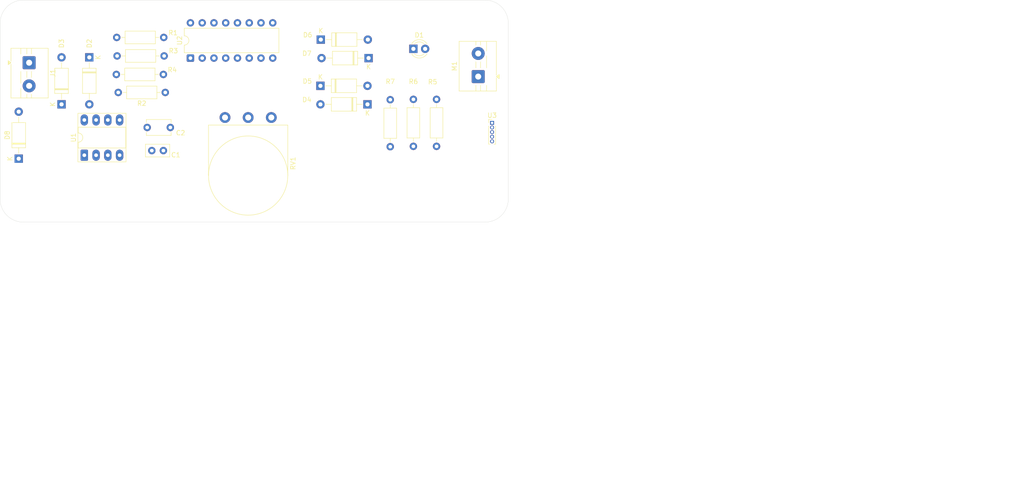
<source format=kicad_pcb>
(kicad_pcb (version 20241229) (generator "pcbnew") (generator_version "9.0")
  (layers (0 "F.Cu" signal) (2 "B.Cu" signal) (13 "F.Paste" user) (15 "B.Paste" user) (5 "F.SilkS" user "F.Silkscreen") (7 "B.SilkS" user "B.Silkscreen") (1 "F.Mask" user) (3 "B.Mask" user) (25 "Edge.Cuts" user))
  (net 0 "")
  (net 1 "Net-(U1-CV)")
  (net 2 "GND")
  (net 3 "Net-(U1-THR)")
  (net 4 "Net-(D1-A)")
  (net 5 "Net-(D2-A)")
  (net 6 "Net-(D2-K)")
  (net 7 "Net-(D3-K)")
  (net 8 "Net-(D4-K)")
  (net 9 "+5V")
  (net 10 "Net-(D6-K)")
  (net 11 "Net-(U1-Q)")
  (net 12 "Net-(U2-EN1,2)")
  (net 13 "Net-(U2-2A)")
  (net 14 "Net-(U2-1A)")
  (net 15 "Net-(U1-R)")
  (net 21 "+9V")
  (net 22 "VCC")
  (footprint "Capacitor_THT:C_Disc_D5.1mm_W3.2mm_P5.00mm" (layer "F.Cu") (at 59.5 76)
    (property "Reference" "C2" (at 7.21118 1.183229 0) (layer "F.SilkS"))
    (property "Value" "470p")
    (fp_line (start -0.17 -1.72) (end -0.17 -1.026) (stroke (width 0.12)) (layer "F.SilkS"))
    (fp_line (start -0.17 -1.72) (end 5.17 -1.72) (stroke (width 0.12)) (layer "F.SilkS"))
    (fp_line (start -0.17 1.026) (end -0.17 1.72) (stroke (width 0.12)) (layer "F.SilkS"))
    (fp_line (start -0.17 1.72) (end 5.17 1.72) (stroke (width 0.12)) (layer "F.SilkS"))
    (fp_line (start 5.17 -1.72) (end 5.17 -1.026) (stroke (width 0.12)) (layer "F.SilkS"))
    (fp_line (start 5.17 1.026) (end 5.17 1.72) (stroke (width 0.12)) (layer "F.SilkS"))
    (pad "1" thru_hole circle (at 0 0) (size 1.6 1.6) (drill 0.8) (layers "*.Cu" "*.Mask") (net 3 "Net-(U1-THR)"))
    (pad "2" thru_hole circle (at 5 0) (size 1.6 1.6) (drill 0.8) (layers "*.Cu" "*.Mask") (net 2 "GND"))
  )
  (footprint "Diode_THT:D_A-405_P10.16mm_Horizontal" (layer "F.Cu") (at 97 57)
    (property "Reference" "D6" (at -2.84 -1 0) (layer "F.SilkS"))
    (property "Value" "4007")
    (fp_line (start 1.14 0) (end 2.36 0) (stroke (width 0.12)) (layer "F.SilkS"))
    (fp_line (start 2.36 -1.47) (end 2.36 1.47) (stroke (width 0.12)) (layer "F.SilkS"))
    (fp_line (start 2.36 1.47) (end 7.8 1.47) (stroke (width 0.12)) (layer "F.SilkS"))
    (fp_line (start 3.14 -1.47) (end 3.14 1.47) (stroke (width 0.12)) (layer "F.SilkS"))
    (fp_line (start 3.26 -1.47) (end 3.26 1.47) (stroke (width 0.12)) (layer "F.SilkS"))
    (fp_line (start 3.38 -1.47) (end 3.38 1.47) (stroke (width 0.12)) (layer "F.SilkS"))
    (fp_line (start 7.8 -1.47) (end 2.36 -1.47) (stroke (width 0.12)) (layer "F.SilkS"))
    (fp_line (start 7.8 1.47) (end 7.8 -1.47) (stroke (width 0.12)) (layer "F.SilkS"))
    (fp_line (start 9.02 0) (end 7.8 0) (stroke (width 0.12)) (layer "F.SilkS"))
    (fp_text user "K" (at 0 -1.9 0) (layer "F.SilkS"))
    (pad "1" thru_hole rect (at 0 0) (size 1.8 1.8) (drill 0.9) (layers "*.Cu" "*.Mask") (net 10 "Net-(D6-K)"))
    (pad "2" thru_hole oval (at 10.16 0) (size 1.8 1.8) (drill 0.9) (layers "*.Cu" "*.Mask") (net 2 "GND"))
  )
  (footprint "Package_DIP:DIP-8_W7.62mm_Socket_LongPads" (layer "F.Cu") (at 45.92 82 90)
    (property "Reference" "U1" (at 3.81 -2.33 90) (layer "F.SilkS"))
    (property "Value" "555")
    (fp_line (start 6.06 -1.33) (end 4.81 -1.33) (stroke (width 0.12)) (layer "F.SilkS"))
    (fp_line (start 2.81 -1.33) (end 1.56 -1.33) (stroke (width 0.12)) (layer "F.SilkS"))
    (fp_line (start 1.56 -1.33) (end 1.56 8.95) (stroke (width 0.12)) (layer "F.SilkS"))
    (fp_line (start 6.06 8.95) (end 6.06 -1.33) (stroke (width 0.12)) (layer "F.SilkS"))
    (fp_line (start 1.56 8.95) (end 6.06 8.95) (stroke (width 0.12)) (layer "F.SilkS"))
    (fp_rect (start -1.44 -1.39) (end 9.06 9.01) (stroke (width 0.12)) (fill no) (layer "F.SilkS"))
    (fp_arc (start 4.81 -1.33) (mid 3.81 -0.33) (end 2.81 -1.33) (stroke (width 0.12)) (layer "F.SilkS"))
    (pad "1" thru_hole roundrect (at 0 0 90) (size 2.4 1.6) (drill 0.8) (layers "*.Cu" "*.Mask") (roundrect_rratio 0.15625) (net 2 "GND"))
    (pad "2" thru_hole oval (at 0 2.54 90) (size 2.4 1.6) (drill 0.8) (layers "*.Cu" "*.Mask") (net 3 "Net-(U1-THR)"))
    (pad "3" thru_hole oval (at 0 5.08 90) (size 2.4 1.6) (drill 0.8) (layers "*.Cu" "*.Mask") (net 11 "Net-(U1-Q)"))
    (pad "4" thru_hole oval (at 0 7.62 90) (size 2.4 1.6) (drill 0.8) (layers "*.Cu" "*.Mask") (net 15 "Net-(U1-R)"))
    (pad "5" thru_hole oval (at 7.62 7.62 90) (size 2.4 1.6) (drill 0.8) (layers "*.Cu" "*.Mask") (net 1 "Net-(U1-CV)"))
    (pad "6" thru_hole oval (at 7.62 5.08 90) (size 2.4 1.6) (drill 0.8) (layers "*.Cu" "*.Mask") (net 3 "Net-(U1-THR)"))
    (pad "7" thru_hole oval (at 7.62 2.54 90) (size 2.4 1.6) (drill 0.8) (layers "*.Cu" "*.Mask") (net 6 "Net-(D2-K)"))
    (pad "8" thru_hole oval (at 7.62 0 90) (size 2.4 1.6) (drill 0.8) (layers "*.Cu" "*.Mask") (net 9 "+5V"))
  )
  (footprint "Diode_THT:D_A-405_P10.16mm_Horizontal" (layer "F.Cu") (at 107.32 61 180)
    (property "Reference" "D7" (at 13.32 1 180) (layer "F.SilkS"))
    (property "Value" "4007")
    (fp_line (start 9.02 0) (end 7.8 0) (stroke (width 0.12)) (layer "F.SilkS"))
    (fp_line (start 7.8 1.47) (end 7.8 -1.47) (stroke (width 0.12)) (layer "F.SilkS"))
    (fp_line (start 7.8 -1.47) (end 2.36 -1.47) (stroke (width 0.12)) (layer "F.SilkS"))
    (fp_line (start 3.38 -1.47) (end 3.38 1.47) (stroke (width 0.12)) (layer "F.SilkS"))
    (fp_line (start 3.26 -1.47) (end 3.26 1.47) (stroke (width 0.12)) (layer "F.SilkS"))
    (fp_line (start 3.14 -1.47) (end 3.14 1.47) (stroke (width 0.12)) (layer "F.SilkS"))
    (fp_line (start 2.36 1.47) (end 7.8 1.47) (stroke (width 0.12)) (layer "F.SilkS"))
    (fp_line (start 2.36 -1.47) (end 2.36 1.47) (stroke (width 0.12)) (layer "F.SilkS"))
    (fp_line (start 1.14 0) (end 2.36 0) (stroke (width 0.12)) (layer "F.SilkS"))
    (fp_text user "K" (at 0 -1.9 0) (layer "F.SilkS"))
    (pad "1" thru_hole rect (at 0 0 180) (size 1.8 1.8) (drill 0.9) (layers "*.Cu" "*.Mask") (net 9 "+5V"))
    (pad "2" thru_hole oval (at 10.16 0 180) (size 1.8 1.8) (drill 0.9) (layers "*.Cu" "*.Mask") (net 10 "Net-(D6-K)"))
  )
  (footprint "Resistor_THT:R_Axial_DIN0207_L6.3mm_D2.5mm_P10.16mm_Horizontal" (layer "F.Cu") (at 122 80.08 90)
    (property "Reference" "R5" (at 13.92 -0.84 0) (layer "F.SilkS"))
    (property "Value" "470k")
    (fp_line (start 8.35 -1.37) (end 1.81 -1.37) (stroke (width 0.12)) (layer "F.SilkS"))
    (fp_line (start 1.81 -1.37) (end 1.81 1.37) (stroke (width 0.12)) (layer "F.SilkS"))
    (fp_line (start 9.12 0) (end 8.35 0) (stroke (width 0.12)) (layer "F.SilkS"))
    (fp_line (start 1.04 0) (end 1.81 0) (stroke (width 0.12)) (layer "F.SilkS"))
    (fp_line (start 8.35 1.37) (end 8.35 -1.37) (stroke (width 0.12)) (layer "F.SilkS"))
    (fp_line (start 1.81 1.37) (end 8.35 1.37) (stroke (width 0.12)) (layer "F.SilkS"))
    (pad "1" thru_hole circle (at 0 0 90) (size 1.6 1.6) (drill 0.8) (layers "*.Cu" "*.Mask") (net 2 "GND"))
    (pad "2" thru_hole oval (at 10.16 0 90) (size 1.6 1.6) (drill 0.8) (layers "*.Cu" "*.Mask") (net 13 "Net-(U2-2A)"))
  )
  (footprint "LED_THT:LED_D3.0mm_Clear" (layer "F.Cu") (at 117 59)
    (property "Reference" "D1" (at 1.27 -2.96 0) (layer "F.SilkS"))
    (property "Value" "LED")
    (fp_line (start -0.29 -1.236) (end -0.29 -1.08) (stroke (width 0.12)) (layer "F.SilkS"))
    (fp_line (start -0.29 1.08) (end -0.29 1.236) (stroke (width 0.12)) (layer "F.SilkS"))
    (fp_arc (start -0.29 -1.235516) (mid 1.365624 -1.987701) (end 2.941397 -1.080061) (stroke (width 0.12)) (layer "F.SilkS"))
    (fp_arc (start 0.229039 -1.08) (mid 1.269964 -1.5) (end 2.31091 -1.080049) (stroke (width 0.12)) (layer "F.SilkS"))
    (fp_arc (start 2.31091 1.080049) (mid 1.269964 1.5) (end 0.229039 1.08) (stroke (width 0.12)) (layer "F.SilkS"))
    (fp_arc (start 2.941397 1.080061) (mid 1.365624 1.987701) (end -0.29 1.235516) (stroke (width 0.12)) (layer "F.SilkS"))
    (pad "1" thru_hole rect (at 0 0) (size 1.8 1.8) (drill 0.9) (layers "*.Cu" "*.Mask") (net 2 "GND"))
    (pad "2" thru_hole circle (at 2.54 0) (size 1.8 1.8) (drill 0.9) (layers "*.Cu" "*.Mask") (net 4 "Net-(D1-A)"))
  )
  (footprint "Capacitor_THT:C_Disc_D5.0mm_W2.5mm_P2.50mm" (layer "F.Cu") (at 63 81 180)
    (property "Reference" "C1" (at -2.673728 -0.951223 0) (layer "F.SilkS"))
    (property "Value" "100n")
    (fp_line (start 3.87 -1.37) (end 3.87 1.37) (stroke (width 0.12)) (layer "F.SilkS"))
    (fp_line (start -1.37 1.37) (end 3.87 1.37) (stroke (width 0.12)) (layer "F.SilkS"))
    (fp_line (start -1.37 -1.37) (end 3.87 -1.37) (stroke (width 0.12)) (layer "F.SilkS"))
    (fp_line (start -1.37 -1.37) (end -1.37 1.37) (stroke (width 0.12)) (layer "F.SilkS"))
    (pad "1" thru_hole circle (at 0 0 180) (size 1.6 1.6) (drill 0.8) (layers "*.Cu" "*.Mask") (net 1 "Net-(U1-CV)"))
    (pad "2" thru_hole circle (at 2.5 0 180) (size 1.6 1.6) (drill 0.8) (layers "*.Cu" "*.Mask") (net 2 "GND"))
  )
  (footprint "TerminalBlock:TerminalBlock_MaiXu_MX126-5.0-02P_1x02_P5.00mm" (layer "F.Cu") (at 131 65 90)
    (property "Reference" "M1" (at 2.25 -5.12 90) (layer "F.SilkS"))
    (property "Value" "Motorreductor")
    (fp_line (start 7.62 -4.12) (end 7.62 3.92) (stroke (width 0.12)) (layer "F.SilkS"))
    (fp_line (start -3.12 -4.12) (end 7.62 -4.12) (stroke (width 0.12)) (layer "F.SilkS"))
    (fp_line (start -3.12 -4.12) (end -3.12 3.92) (stroke (width 0.12)) (layer "F.SilkS"))
    (fp_line (start 6.812 -0.5) (end 7.62 -0.5) (stroke (width 0.12)) (layer "F.SilkS"))
    (fp_line (start 1.88 -0.5) (end 3.188 -0.5) (stroke (width 0.12)) (layer "F.SilkS"))
    (fp_line (start -3.12 -0.5) (end -1.88 -0.5) (stroke (width 0.12)) (layer "F.SilkS"))
    (fp_line (start 6.812 0.5) (end 7.62 0.5) (stroke (width 0.12)) (layer "F.SilkS"))
    (fp_line (start 1.88 0.5) (end 3.188 0.5) (stroke (width 0.12)) (layer "F.SilkS"))
    (fp_line (start -3.12 0.5) (end -1.88 0.5) (stroke (width 0.12)) (layer "F.SilkS"))
    (fp_line (start 5.543 1.8) (end 7.62 1.8) (stroke (width 0.12)) (layer "F.SilkS"))
    (fp_line (start 1.88 1.8) (end 4.457 1.8) (stroke (width 0.12)) (layer "F.SilkS"))
    (fp_line (start -3.12 1.8) (end -1.88 1.8) (stroke (width 0.12)) (layer "F.SilkS"))
    (fp_line (start 0.3 3.92) (end 7.62 3.92) (stroke (width 0.12)) (layer "F.SilkS"))
    (fp_line (start -3.12 3.92) (end -0.3 3.92) (stroke (width 0.12)) (layer "F.SilkS"))
    (fp_poly (pts (xy 0 3.92) (xy 0.44 4.53) (xy -0.44 4.53)) (stroke (width 0.12)) (fill yes) (layer "F.SilkS"))
    (pad "1" thru_hole roundrect (at 0 0 90) (size 2.8 2.8) (drill 1.3) (layers "*.Cu" "*.Mask") (roundrect_rratio 0.089286) (net 8 "Net-(D4-K)"))
    (pad "2" thru_hole circle (at 5 0 90) (size 2.8 2.8) (drill 1.3) (layers "*.Cu" "*.Mask") (net 10 "Net-(D6-K)"))
  )
  (footprint "Connector_PinHeader_1.00mm:PinHeader_1x05_P1.00mm_Vertical" (layer "F.Cu") (at 134 75)
    (property "Reference" "U3" (at 0 -1.61 0) (layer "F.SilkS"))
    (property "Value" "mst303")
    (fp_line (start -0.745 -0.735) (end 0 -0.735) (stroke (width 0.12)) (layer "F.SilkS"))
    (fp_line (start -0.745 0) (end -0.745 -0.735) (stroke (width 0.12)) (layer "F.SilkS"))
    (fp_line (start -0.745 0.735) (end -0.745 4.61) (stroke (width 0.12)) (layer "F.SilkS"))
    (fp_line (start -0.745 0.735) (end -0.685565 0.735) (stroke (width 0.12)) (layer "F.SilkS"))
    (fp_line (start -0.745 4.61) (end -0.41003 4.61) (stroke (width 0.12)) (layer "F.SilkS"))
    (fp_line (start 0.41003 4.61) (end 0.745 4.61) (stroke (width 0.12)) (layer "F.SilkS"))
    (fp_line (start 0.685565 0.735) (end 0.745 0.735) (stroke (width 0.12)) (layer "F.SilkS"))
    (fp_line (start 0.745 0.735) (end 0.745 4.61) (stroke (width 0.12)) (layer "F.SilkS"))
    (pad "1" thru_hole rect (at 0 0) (size 0.85 0.85) (drill 0.5) (layers "*.Cu" "*.Mask") (net 14 "Net-(U2-1A)"))
    (pad "2" thru_hole circle (at 0 1) (size 0.85 0.85) (drill 0.5) (layers "*.Cu" "*.Mask") (net 9 "+5V"))
    (pad "3" thru_hole circle (at 0 2) (size 0.85 0.85) (drill 0.5) (layers "*.Cu" "*.Mask") (net 13 "Net-(U2-2A)"))
    (pad "4" thru_hole circle (at 0 3) (size 0.85 0.85) (drill 0.5) (layers "*.Cu" "*.Mask") (net 15 "Net-(U1-R)"))
    (pad "5" thru_hole circle (at 0 4) (size 0.85 0.85) (drill 0.5) (layers "*.Cu" "*.Mask") (net 9 "+5V"))
  )
  (footprint "Resistor_THT:R_Axial_DIN0207_L6.3mm_D2.5mm_P10.16mm_Horizontal" (layer "F.Cu") (at 52.84 64.535134)
    (property "Reference" "R4" (at 12.08 -1 0) (layer "F.SilkS"))
    (property "Value" "100k")
    (fp_line (start 1.04 0) (end 1.81 0) (stroke (width 0.12)) (layer "F.SilkS"))
    (fp_line (start 1.81 -1.37) (end 1.81 1.37) (stroke (width 0.12)) (layer "F.SilkS"))
    (fp_line (start 1.81 1.37) (end 8.35 1.37) (stroke (width 0.12)) (layer "F.SilkS"))
    (fp_line (start 8.35 -1.37) (end 1.81 -1.37) (stroke (width 0.12)) (layer "F.SilkS"))
    (fp_line (start 8.35 1.37) (end 8.35 -1.37) (stroke (width 0.12)) (layer "F.SilkS"))
    (fp_line (start 9.12 0) (end 8.35 0) (stroke (width 0.12)) (layer "F.SilkS"))
    (pad "1" thru_hole circle (at 0 0) (size 1.6 1.6) (drill 0.8) (layers "*.Cu" "*.Mask") (net 12 "Net-(U2-EN1,2)"))
    (pad "2" thru_hole oval (at 10.16 0) (size 1.6 1.6) (drill 0.8) (layers "*.Cu" "*.Mask") (net 2 "GND"))
  )
  (footprint "Resistor_THT:R_Axial_DIN0207_L6.3mm_D2.5mm_P10.16mm_Horizontal" (layer "F.Cu") (at 63.406757 68.428382 180)
    (property "Reference" "R2" (at 5.08 -2.37 0) (layer "F.SilkS"))
    (property "Value" "10k")
    (fp_line (start 9.12 0) (end 8.35 0) (stroke (width 0.12)) (layer "F.SilkS"))
    (fp_line (start 8.35 1.37) (end 8.35 -1.37) (stroke (width 0.12)) (layer "F.SilkS"))
    (fp_line (start 8.35 -1.37) (end 1.81 -1.37) (stroke (width 0.12)) (layer "F.SilkS"))
    (fp_line (start 1.81 1.37) (end 8.35 1.37) (stroke (width 0.12)) (layer "F.SilkS"))
    (fp_line (start 1.81 -1.37) (end 1.81 1.37) (stroke (width 0.12)) (layer "F.SilkS"))
    (fp_line (start 1.04 0) (end 1.81 0) (stroke (width 0.12)) (layer "F.SilkS"))
    (pad "1" thru_hole circle (at 0 0 180) (size 1.6 1.6) (drill 0.8) (layers "*.Cu" "*.Mask") (net 9 "+5V"))
    (pad "2" thru_hole oval (at 10.16 0 180) (size 1.6 1.6) (drill 0.8) (layers "*.Cu" "*.Mask") (net 6 "Net-(D2-K)"))
  )
  (footprint "Diode_THT:D_A-405_P10.16mm_Horizontal" (layer "F.Cu") (at 47 60.84 -90)
    (property "Reference" "D2" (at -3 0 90) (layer "F.SilkS"))
    (property "Value" "4007" (hide yes))
    (fp_line (start 2.36 1.47) (end 7.8 1.47) (stroke (width 0.12)) (layer "F.SilkS"))
    (fp_line (start 7.8 1.47) (end 7.8 -1.47) (stroke (width 0.12)) (layer "F.SilkS"))
    (fp_line (start 1.14 0) (end 2.36 0) (stroke (width 0.12)) (layer "F.SilkS"))
    (fp_line (start 9.02 0) (end 7.8 0) (stroke (width 0.12)) (layer "F.SilkS"))
    (fp_line (start 2.36 -1.47) (end 2.36 1.47) (stroke (width 0.12)) (layer "F.SilkS"))
    (fp_line (start 3.14 -1.47) (end 3.14 1.47) (stroke (width 0.12)) (layer "F.SilkS"))
    (fp_line (start 3.26 -1.47) (end 3.26 1.47) (stroke (width 0.12)) (layer "F.SilkS"))
    (fp_line (start 3.38 -1.47) (end 3.38 1.47) (stroke (width 0.12)) (layer "F.SilkS"))
    (fp_line (start 7.8 -1.47) (end 2.36 -1.47) (stroke (width 0.12)) (layer "F.SilkS"))
    (fp_text user "K" (at 0 -1.9 90) (layer "F.SilkS"))
    (pad "1" thru_hole rect (at 0 0 270) (size 1.8 1.8) (drill 0.9) (layers "*.Cu" "*.Mask") (net 6 "Net-(D2-K)"))
    (pad "2" thru_hole oval (at 10.16 0 270) (size 1.8 1.8) (drill 0.9) (layers "*.Cu" "*.Mask") (net 5 "Net-(D2-A)"))
  )
  (footprint "Package_DIP:DIP-16_W7.62mm" (layer "F.Cu") (at 68.84 61 90)
    (property "Reference" "U2" (at 3.81 -2.33 90) (layer "F.SilkS"))
    (property "Value" "L293D")
    (fp_line (start 6.46 -1.33) (end 4.81 -1.33) (stroke (width 0.12)) (layer "F.SilkS"))
    (fp_line (start 2.81 -1.33) (end 1.16 -1.33) (stroke (width 0.12)) (layer "F.SilkS"))
    (fp_line (start 1.16 -1.33) (end 1.16 19.11) (stroke (width 0.12)) (layer "F.SilkS"))
    (fp_line (start 6.46 19.11) (end 6.46 -1.33) (stroke (width 0.12)) (layer "F.SilkS"))
    (fp_line (start 1.16 19.11) (end 6.46 19.11) (stroke (width 0.12)) (layer "F.SilkS"))
    (fp_arc (start 4.81 -1.33) (mid 3.81 -0.33) (end 2.81 -1.33) (stroke (width 0.12)) (layer "F.SilkS"))
    (pad "1" thru_hole roundrect (at 0 0 90) (size 1.6 1.6) (drill 0.8) (layers "*.Cu" "*.Mask") (roundrect_rratio 0.15625) (net 12 "Net-(U2-EN1,2)"))
    (pad "2" thru_hole circle (at 0 2.54 90) (size 1.6 1.6) (drill 0.8) (layers "*.Cu" "*.Mask") (net 14 "Net-(U2-1A)"))
    (pad "3" thru_hole circle (at 0 5.08 90) (size 1.6 1.6) (drill 0.8) (layers "*.Cu" "*.Mask") (net 8 "Net-(D4-K)"))
    (pad "4" thru_hole circle (at 0 7.62 90) (size 1.6 1.6) (drill 0.8) (layers "*.Cu" "*.Mask") (net 2 "GND"))
    (pad "5" thru_hole circle (at 0 10.16 90) (size 1.6 1.6) (drill 0.8) (layers "*.Cu" "*.Mask") (net 2 "GND"))
    (pad "6" thru_hole circle (at 0 12.7 90) (size 1.6 1.6) (drill 0.8) (layers "*.Cu" "*.Mask") (net 10 "Net-(D6-K)"))
    (pad "7" thru_hole circle (at 0 15.24 90) (size 1.6 1.6) (drill 0.8) (layers "*.Cu" "*.Mask") (net 13 "Net-(U2-2A)"))
    (pad "8" thru_hole circle (at 0 17.78 90) (size 1.6 1.6) (drill 0.8) (layers "*.Cu" "*.Mask") (net 9 "+5V"))
    (pad "9" thru_hole circle (at 7.62 17.78 90) (size 1.6 1.6) (drill 0.8) (layers "*.Cu" "*.Mask"))
    (pad "10" thru_hole circle (at 7.62 15.24 90) (size 1.6 1.6) (drill 0.8) (layers "*.Cu" "*.Mask"))
    (pad "11" thru_hole circle (at 7.62 12.7 90) (size 1.6 1.6) (drill 0.8) (layers "*.Cu" "*.Mask"))
    (pad "12" thru_hole circle (at 7.62 10.16 90) (size 1.6 1.6) (drill 0.8) (layers "*.Cu" "*.Mask") (net 2 "GND"))
    (pad "13" thru_hole circle (at 7.62 7.62 90) (size 1.6 1.6) (drill 0.8) (layers "*.Cu" "*.Mask") (net 2 "GND"))
    (pad "14" thru_hole circle (at 7.62 5.08 90) (size 1.6 1.6) (drill 0.8) (layers "*.Cu" "*.Mask"))
    (pad "15" thru_hole circle (at 7.62 2.54 90) (size 1.6 1.6) (drill 0.8) (layers "*.Cu" "*.Mask"))
    (pad "16" thru_hole circle (at 7.62 0 90) (size 1.6 1.6) (drill 0.8) (layers "*.Cu" "*.Mask") (net 9 "+5V"))
  )
  (footprint "Diode_THT:D_A-405_P10.16mm_Horizontal" (layer "F.Cu") (at 31.75 82.75 90)
    (property "Reference" "D8" (at 5.08 -2.47 90) (layer "F.SilkS"))
    (property "Value" "4007")
    (fp_line (start 7.8 -1.47) (end 2.36 -1.47) (stroke (width 0.12)) (layer "F.SilkS"))
    (fp_line (start 3.38 -1.47) (end 3.38 1.47) (stroke (width 0.12)) (layer "F.SilkS"))
    (fp_line (start 3.26 -1.47) (end 3.26 1.47) (stroke (width 0.12)) (layer "F.SilkS"))
    (fp_line (start 3.14 -1.47) (end 3.14 1.47) (stroke (width 0.12)) (layer "F.SilkS"))
    (fp_line (start 2.36 -1.47) (end 2.36 1.47) (stroke (width 0.12)) (layer "F.SilkS"))
    (fp_line (start 9.02 0) (end 7.8 0) (stroke (width 0.12)) (layer "F.SilkS"))
    (fp_line (start 1.14 0) (end 2.36 0) (stroke (width 0.12)) (layer "F.SilkS"))
    (fp_line (start 7.8 1.47) (end 7.8 -1.47) (stroke (width 0.12)) (layer "F.SilkS"))
    (fp_line (start 2.36 1.47) (end 7.8 1.47) (stroke (width 0.12)) (layer "F.SilkS"))
    (fp_text user "K" (at 0 -1.9 90) (layer "F.SilkS"))
    (pad "1" thru_hole rect (at 0 0 90) (size 1.8 1.8) (drill 0.9) (layers "*.Cu" "*.Mask") (net 22 "VCC"))
    (pad "2" thru_hole oval (at 10.16 0 90) (size 1.8 1.8) (drill 0.9) (layers "*.Cu" "*.Mask") (net 21 "+9V"))
  )
  (footprint "Diode_THT:D_A-405_P10.16mm_Horizontal" (layer "F.Cu") (at 107.08 71 180)
    (property "Reference" "D4" (at 13.08 1 180) (layer "F.SilkS"))
    (property "Value" "4007")
    (fp_line (start 9.02 0) (end 7.8 0) (stroke (width 0.12)) (layer "F.SilkS"))
    (fp_line (start 7.8 1.47) (end 7.8 -1.47) (stroke (width 0.12)) (layer "F.SilkS"))
    (fp_line (start 7.8 -1.47) (end 2.36 -1.47) (stroke (width 0.12)) (layer "F.SilkS"))
    (fp_line (start 3.38 -1.47) (end 3.38 1.47) (stroke (width 0.12)) (layer "F.SilkS"))
    (fp_line (start 3.26 -1.47) (end 3.26 1.47) (stroke (width 0.12)) (layer "F.SilkS"))
    (fp_line (start 3.14 -1.47) (end 3.14 1.47) (stroke (width 0.12)) (layer "F.SilkS"))
    (fp_line (start 2.36 1.47) (end 7.8 1.47) (stroke (width 0.12)) (layer "F.SilkS"))
    (fp_line (start 2.36 -1.47) (end 2.36 1.47) (stroke (width 0.12)) (layer "F.SilkS"))
    (fp_line (start 1.14 0) (end 2.36 0) (stroke (width 0.12)) (layer "F.SilkS"))
    (fp_text user "K" (at 0 -1.9 0) (layer "F.SilkS"))
    (pad "1" thru_hole rect (at 0 0 180) (size 1.8 1.8) (drill 0.9) (layers "*.Cu" "*.Mask") (net 8 "Net-(D4-K)"))
    (pad "2" thru_hole oval (at 10.16 0 180) (size 1.8 1.8) (drill 0.9) (layers "*.Cu" "*.Mask") (net 2 "GND"))
  )
  (footprint "Resistor_THT:R_Axial_DIN0207_L6.3mm_D2.5mm_P10.16mm_Horizontal" (layer "F.Cu") (at 117 80.08 90)
    (property "Reference" "R6" (at 14 0 0) (layer "F.SilkS"))
    (property "Value" "470k")
    (fp_line (start 8.35 -1.37) (end 1.81 -1.37) (stroke (width 0.12)) (layer "F.SilkS"))
    (fp_line (start 1.81 -1.37) (end 1.81 1.37) (stroke (width 0.12)) (layer "F.SilkS"))
    (fp_line (start 9.12 0) (end 8.35 0) (stroke (width 0.12)) (layer "F.SilkS"))
    (fp_line (start 1.04 0) (end 1.81 0) (stroke (width 0.12)) (layer "F.SilkS"))
    (fp_line (start 8.35 1.37) (end 8.35 -1.37) (stroke (width 0.12)) (layer "F.SilkS"))
    (fp_line (start 1.81 1.37) (end 8.35 1.37) (stroke (width 0.12)) (layer "F.SilkS"))
    (pad "1" thru_hole circle (at 0 0 90) (size 1.6 1.6) (drill 0.8) (layers "*.Cu" "*.Mask") (net 2 "GND"))
    (pad "2" thru_hole oval (at 10.16 0 90) (size 1.6 1.6) (drill 0.8) (layers "*.Cu" "*.Mask") (net 14 "Net-(U2-1A)"))
  )
  (footprint "Resistor_THT:R_Axial_DIN0207_L6.3mm_D2.5mm_P10.16mm_Horizontal" (layer "F.Cu") (at 52.92 56.535134)
    (property "Reference" "R1" (at 12.16 -1 0) (layer "F.SilkS"))
    (property "Value" "1k")
    (fp_line (start 1.04 0) (end 1.81 0) (stroke (width 0.12)) (layer "F.SilkS"))
    (fp_line (start 1.81 -1.37) (end 1.81 1.37) (stroke (width 0.12)) (layer "F.SilkS"))
    (fp_line (start 1.81 1.37) (end 8.35 1.37) (stroke (width 0.12)) (layer "F.SilkS"))
    (fp_line (start 8.35 -1.37) (end 1.81 -1.37) (stroke (width 0.12)) (layer "F.SilkS"))
    (fp_line (start 8.35 1.37) (end 8.35 -1.37) (stroke (width 0.12)) (layer "F.SilkS"))
    (fp_line (start 9.12 0) (end 8.35 0) (stroke (width 0.12)) (layer "F.SilkS"))
    (pad "1" thru_hole circle (at 0 0) (size 1.6 1.6) (drill 0.8) (layers "*.Cu" "*.Mask") (net 11 "Net-(U1-Q)"))
    (pad "2" thru_hole oval (at 10.16 0) (size 1.6 1.6) (drill 0.8) (layers "*.Cu" "*.Mask") (net 4 "Net-(D1-A)"))
  )
  (footprint "Resistor_THT:R_Axial_DIN0207_L6.3mm_D2.5mm_P10.16mm_Horizontal" (layer "F.Cu") (at 112 70 -90)
    (property "Reference" "R7" (at -3.92 0 180) (layer "F.SilkS"))
    (property "Value" "100k")
    (fp_line (start 1.81 1.37) (end 8.35 1.37) (stroke (width 0.12)) (layer "F.SilkS"))
    (fp_line (start 8.35 1.37) (end 8.35 -1.37) (stroke (width 0.12)) (layer "F.SilkS"))
    (fp_line (start 1.04 0) (end 1.81 0) (stroke (width 0.12)) (layer "F.SilkS"))
    (fp_line (start 9.12 0) (end 8.35 0) (stroke (width 0.12)) (layer "F.SilkS"))
    (fp_line (start 1.81 -1.37) (end 1.81 1.37) (stroke (width 0.12)) (layer "F.SilkS"))
    (fp_line (start 8.35 -1.37) (end 1.81 -1.37) (stroke (width 0.12)) (layer "F.SilkS"))
    (pad "1" thru_hole circle (at 0 0 270) (size 1.6 1.6) (drill 0.8) (layers "*.Cu" "*.Mask") (net 2 "GND"))
    (pad "2" thru_hole oval (at 10.16 0 270) (size 1.6 1.6) (drill 0.8) (layers "*.Cu" "*.Mask") (net 15 "Net-(U1-R)"))
  )
  (footprint "Diode_THT:D_A-405_P10.16mm_Horizontal" (layer "F.Cu") (at 96.92 67)
    (property "Reference" "D5" (at -2.84 -1 0) (layer "F.SilkS"))
    (property "Value" "4007")
    (fp_line (start 1.14 0) (end 2.36 0) (stroke (width 0.12)) (layer "F.SilkS"))
    (fp_line (start 2.36 -1.47) (end 2.36 1.47) (stroke (width 0.12)) (layer "F.SilkS"))
    (fp_line (start 2.36 1.47) (end 7.8 1.47) (stroke (width 0.12)) (layer "F.SilkS"))
    (fp_line (start 3.14 -1.47) (end 3.14 1.47) (stroke (width 0.12)) (layer "F.SilkS"))
    (fp_line (start 3.26 -1.47) (end 3.26 1.47) (stroke (width 0.12)) (layer "F.SilkS"))
    (fp_line (start 3.38 -1.47) (end 3.38 1.47) (stroke (width 0.12)) (layer "F.SilkS"))
    (fp_line (start 7.8 -1.47) (end 2.36 -1.47) (stroke (width 0.12)) (layer "F.SilkS"))
    (fp_line (start 7.8 1.47) (end 7.8 -1.47) (stroke (width 0.12)) (layer "F.SilkS"))
    (fp_line (start 9.02 0) (end 7.8 0) (stroke (width 0.12)) (layer "F.SilkS"))
    (fp_text user "K" (at 0 -1.9 0) (layer "F.SilkS"))
    (pad "1" thru_hole rect (at 0 0) (size 1.8 1.8) (drill 0.9) (layers "*.Cu" "*.Mask") (net 9 "+5V"))
    (pad "2" thru_hole oval (at 10.16 0) (size 1.8 1.8) (drill 0.9) (layers "*.Cu" "*.Mask") (net 8 "Net-(D4-K)"))
  )
  (footprint "TerminalBlock:TerminalBlock_MaiXu_MX126-5.0-02P_1x02_P5.00mm" (layer "F.Cu") (at 34 62 -90)
    (property "Reference" "J1" (at 2.25 -5.12 90) (layer "F.SilkS"))
    (property "Value" "Screw_Terminal_01x02")
    (fp_line (start -3.12 3.92) (end -0.3 3.92) (stroke (width 0.12)) (layer "F.SilkS"))
    (fp_line (start 0.3 3.92) (end 7.62 3.92) (stroke (width 0.12)) (layer "F.SilkS"))
    (fp_line (start -3.12 1.8) (end -1.88 1.8) (stroke (width 0.12)) (layer "F.SilkS"))
    (fp_line (start 1.88 1.8) (end 4.457 1.8) (stroke (width 0.12)) (layer "F.SilkS"))
    (fp_line (start 5.543 1.8) (end 7.62 1.8) (stroke (width 0.12)) (layer "F.SilkS"))
    (fp_line (start -3.12 0.5) (end -1.88 0.5) (stroke (width 0.12)) (layer "F.SilkS"))
    (fp_line (start 1.88 0.5) (end 3.188 0.5) (stroke (width 0.12)) (layer "F.SilkS"))
    (fp_line (start 6.812 0.5) (end 7.62 0.5) (stroke (width 0.12)) (layer "F.SilkS"))
    (fp_line (start -3.12 -0.5) (end -1.88 -0.5) (stroke (width 0.12)) (layer "F.SilkS"))
    (fp_line (start 1.88 -0.5) (end 3.188 -0.5) (stroke (width 0.12)) (layer "F.SilkS"))
    (fp_line (start 6.812 -0.5) (end 7.62 -0.5) (stroke (width 0.12)) (layer "F.SilkS"))
    (fp_line (start -3.12 -4.12) (end -3.12 3.92) (stroke (width 0.12)) (layer "F.SilkS"))
    (fp_line (start -3.12 -4.12) (end 7.62 -4.12) (stroke (width 0.12)) (layer "F.SilkS"))
    (fp_line (start 7.62 -4.12) (end 7.62 3.92) (stroke (width 0.12)) (layer "F.SilkS"))
    (fp_poly (pts (xy 0 3.92) (xy 0.44 4.53) (xy -0.44 4.53)) (stroke (width 0.12)) (fill yes) (layer "F.SilkS"))
    (pad "1" thru_hole roundrect (at 0 0 270) (size 2.8 2.8) (drill 1.3) (layers "*.Cu" "*.Mask") (roundrect_rratio 0.089286) (net 2 "GND"))
    (pad "2" thru_hole circle (at 5 0 270) (size 2.8 2.8) (drill 1.3) (layers "*.Cu" "*.Mask") (net 21 "+9V"))
  )
  (footprint "Resistor_THT:R_Axial_DIN0207_L6.3mm_D2.5mm_P10.16mm_Horizontal" (layer "F.Cu") (at 53 60.535134)
    (property "Reference" "R3" (at 12.16 -1.1 0) (layer "F.SilkS"))
    (property "Value" "1k")
    (fp_line (start 1.04 0) (end 1.81 0) (stroke (width 0.12)) (layer "F.SilkS"))
    (fp_line (start 1.81 -1.37) (end 1.81 1.37) (stroke (width 0.12)) (layer "F.SilkS"))
    (fp_line (start 1.81 1.37) (end 8.35 1.37) (stroke (width 0.12)) (layer "F.SilkS"))
    (fp_line (start 8.35 -1.37) (end 1.81 -1.37) (stroke (width 0.12)) (layer "F.SilkS"))
    (fp_line (start 8.35 1.37) (end 8.35 -1.37) (stroke (width 0.12)) (layer "F.SilkS"))
    (fp_line (start 9.12 0) (end 8.35 0) (stroke (width 0.12)) (layer "F.SilkS"))
    (pad "1" thru_hole circle (at 0 0) (size 1.6 1.6) (drill 0.8) (layers "*.Cu" "*.Mask") (net 11 "Net-(U1-Q)"))
    (pad "2" thru_hole oval (at 10.16 0) (size 1.6 1.6) (drill 0.8) (layers "*.Cu" "*.Mask") (net 12 "Net-(U2-EN1,2)"))
  )
  (footprint "Potentiometer_THT:Potentiometer_Omeg_PC16BU_Vertical" (layer "F.Cu") (at 76.309855 73.847671 -90)
    (property "Reference" "RV1" (at 9.915 -14.7 270) (layer "F.SilkS"))
    (property "Value" "500k")
    (fp_line (start 12.55 3.56) (end 1.64 3.56) (stroke (width 0.12)) (layer "F.SilkS"))
    (fp_line (start 1.64 -13.56) (end 1.64 3.56) (stroke (width 0.12)) (layer "F.SilkS"))
    (fp_line (start 12.55 -13.56) (end 1.64 -13.56) (stroke (width 0.12)) (layer "F.SilkS"))
    (fp_circle (center 12.55 -5) (end 21.11 -5) (stroke (width 0.12)) (fill no) (layer "F.SilkS"))
    (pad "1" thru_hole circle (at 0 0 270) (size 2.34 2.34) (drill 1.3) (layers "*.Cu" "*.Mask") (net 5 "Net-(D2-A)"))
    (pad "2" thru_hole circle (at 0 -5 270) (size 2.34 2.34) (drill 1.3) (layers "*.Cu" "*.Mask") (net 3 "Net-(U1-THR)"))
    (pad "3" thru_hole circle (at 0 -10 270) (size 2.34 2.34) (drill 1.3) (layers "*.Cu" "*.Mask") (net 7 "Net-(D3-K)"))
  )
  (footprint "Diode_THT:D_A-405_P10.16mm_Horizontal" (layer "F.Cu") (at 41 71 90)
    (property "Reference" "D3" (at 13.16 0 90) (layer "F.SilkS"))
    (property "Value" "4007")
    (fp_line (start 7.8 -1.47) (end 2.36 -1.47) (stroke (width 0.12)) (layer "F.SilkS"))
    (fp_line (start 3.38 -1.47) (end 3.38 1.47) (stroke (width 0.12)) (layer "F.SilkS"))
    (fp_line (start 3.26 -1.47) (end 3.26 1.47) (stroke (width 0.12)) (layer "F.SilkS"))
    (fp_line (start 3.14 -1.47) (end 3.14 1.47) (stroke (width 0.12)) (layer "F.SilkS"))
    (fp_line (start 2.36 -1.47) (end 2.36 1.47) (stroke (width 0.12)) (layer "F.SilkS"))
    (fp_line (start 9.02 0) (end 7.8 0) (stroke (width 0.12)) (layer "F.SilkS"))
    (fp_line (start 1.14 0) (end 2.36 0) (stroke (width 0.12)) (layer "F.SilkS"))
    (fp_line (start 7.8 1.47) (end 7.8 -1.47) (stroke (width 0.12)) (layer "F.SilkS"))
    (fp_line (start 2.36 1.47) (end 7.8 1.47) (stroke (width 0.12)) (layer "F.SilkS"))
    (fp_text user "K" (at 0 -1.9 90) (layer "F.SilkS"))
    (pad "1" thru_hole rect (at 0 0 90) (size 1.8 1.8) (drill 0.9) (layers "*.Cu" "*.Mask") (net 7 "Net-(D3-K)"))
    (pad "2" thru_hole oval (at 10.16 0 90) (size 1.8 1.8) (drill 0.9) (layers "*.Cu" "*.Mask") (net 6 "Net-(D2-K)"))
  )
  (gr_arc (start 137.499994 91.464467) (mid 136.035531 95) (end 132.5 96.464467) (stroke (width 0.05)) (layer "Edge.Cuts"))
  (gr_arc (start 32.732236 96.464467) (mid 29.196702 95.000001) (end 27.732236 91.464467) (stroke (width 0.05)) (layer "Edge.Cuts"))
  (gr_line (start 137.5 91.464467) (end 137.5 53.464484) (stroke (width 0.05)) (layer "Edge.Cuts"))
  (gr_line (start 32.732236 48.464484) (end 132.5 48.464484) (stroke (width 0.05)) (layer "Edge.Cuts"))
  (gr_arc (start 27.732236 53.464484) (mid 29.196702 49.92895) (end 32.732236 48.464484) (stroke (width 0.05)) (layer "Edge.Cuts"))
  (gr_line (start 132.5 96.464467) (end 32.732236 96.464467) (stroke (width 0.05)) (layer "Edge.Cuts"))
  (gr_arc (start 132.5 48.464484) (mid 136.035533 49.928951) (end 137.5 53.464484) (stroke (width 0.05)) (layer "Edge.Cuts"))
  (gr_line (start 27.732236 91.464467) (end 27.732236 53.464484) (stroke (width 0.05)) (layer "Edge.Cuts"))
)
</source>
